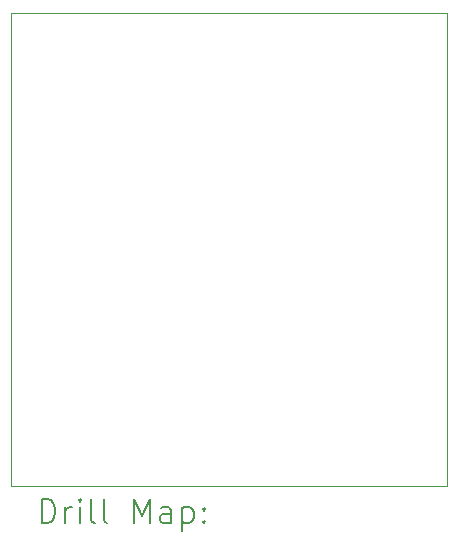
<source format=gbr>
%TF.GenerationSoftware,KiCad,Pcbnew,9.0.0*%
%TF.CreationDate,2025-03-07T02:48:02-06:00*%
%TF.ProjectId,ATWILC1000_Breakout,41545749-4c43-4313-9030-305f42726561,rev?*%
%TF.SameCoordinates,Original*%
%TF.FileFunction,Drillmap*%
%TF.FilePolarity,Positive*%
%FSLAX45Y45*%
G04 Gerber Fmt 4.5, Leading zero omitted, Abs format (unit mm)*
G04 Created by KiCad (PCBNEW 9.0.0) date 2025-03-07 02:48:02*
%MOMM*%
%LPD*%
G01*
G04 APERTURE LIST*
%ADD10C,0.050000*%
%ADD11C,0.200000*%
G04 APERTURE END LIST*
D10*
X12732500Y-8387500D02*
X16425000Y-8387500D01*
X16425000Y-12387500D01*
X12732500Y-12387500D01*
X12732500Y-8387500D01*
D11*
X12990777Y-12701484D02*
X12990777Y-12501484D01*
X12990777Y-12501484D02*
X13038396Y-12501484D01*
X13038396Y-12501484D02*
X13066967Y-12511008D01*
X13066967Y-12511008D02*
X13086015Y-12530055D01*
X13086015Y-12530055D02*
X13095539Y-12549103D01*
X13095539Y-12549103D02*
X13105062Y-12587198D01*
X13105062Y-12587198D02*
X13105062Y-12615769D01*
X13105062Y-12615769D02*
X13095539Y-12653865D01*
X13095539Y-12653865D02*
X13086015Y-12672912D01*
X13086015Y-12672912D02*
X13066967Y-12691960D01*
X13066967Y-12691960D02*
X13038396Y-12701484D01*
X13038396Y-12701484D02*
X12990777Y-12701484D01*
X13190777Y-12701484D02*
X13190777Y-12568150D01*
X13190777Y-12606246D02*
X13200301Y-12587198D01*
X13200301Y-12587198D02*
X13209824Y-12577674D01*
X13209824Y-12577674D02*
X13228872Y-12568150D01*
X13228872Y-12568150D02*
X13247920Y-12568150D01*
X13314586Y-12701484D02*
X13314586Y-12568150D01*
X13314586Y-12501484D02*
X13305062Y-12511008D01*
X13305062Y-12511008D02*
X13314586Y-12520531D01*
X13314586Y-12520531D02*
X13324110Y-12511008D01*
X13324110Y-12511008D02*
X13314586Y-12501484D01*
X13314586Y-12501484D02*
X13314586Y-12520531D01*
X13438396Y-12701484D02*
X13419348Y-12691960D01*
X13419348Y-12691960D02*
X13409824Y-12672912D01*
X13409824Y-12672912D02*
X13409824Y-12501484D01*
X13543158Y-12701484D02*
X13524110Y-12691960D01*
X13524110Y-12691960D02*
X13514586Y-12672912D01*
X13514586Y-12672912D02*
X13514586Y-12501484D01*
X13771729Y-12701484D02*
X13771729Y-12501484D01*
X13771729Y-12501484D02*
X13838396Y-12644341D01*
X13838396Y-12644341D02*
X13905062Y-12501484D01*
X13905062Y-12501484D02*
X13905062Y-12701484D01*
X14086015Y-12701484D02*
X14086015Y-12596722D01*
X14086015Y-12596722D02*
X14076491Y-12577674D01*
X14076491Y-12577674D02*
X14057443Y-12568150D01*
X14057443Y-12568150D02*
X14019348Y-12568150D01*
X14019348Y-12568150D02*
X14000301Y-12577674D01*
X14086015Y-12691960D02*
X14066967Y-12701484D01*
X14066967Y-12701484D02*
X14019348Y-12701484D01*
X14019348Y-12701484D02*
X14000301Y-12691960D01*
X14000301Y-12691960D02*
X13990777Y-12672912D01*
X13990777Y-12672912D02*
X13990777Y-12653865D01*
X13990777Y-12653865D02*
X14000301Y-12634817D01*
X14000301Y-12634817D02*
X14019348Y-12625293D01*
X14019348Y-12625293D02*
X14066967Y-12625293D01*
X14066967Y-12625293D02*
X14086015Y-12615769D01*
X14181253Y-12568150D02*
X14181253Y-12768150D01*
X14181253Y-12577674D02*
X14200301Y-12568150D01*
X14200301Y-12568150D02*
X14238396Y-12568150D01*
X14238396Y-12568150D02*
X14257443Y-12577674D01*
X14257443Y-12577674D02*
X14266967Y-12587198D01*
X14266967Y-12587198D02*
X14276491Y-12606246D01*
X14276491Y-12606246D02*
X14276491Y-12663388D01*
X14276491Y-12663388D02*
X14266967Y-12682436D01*
X14266967Y-12682436D02*
X14257443Y-12691960D01*
X14257443Y-12691960D02*
X14238396Y-12701484D01*
X14238396Y-12701484D02*
X14200301Y-12701484D01*
X14200301Y-12701484D02*
X14181253Y-12691960D01*
X14362205Y-12682436D02*
X14371729Y-12691960D01*
X14371729Y-12691960D02*
X14362205Y-12701484D01*
X14362205Y-12701484D02*
X14352682Y-12691960D01*
X14352682Y-12691960D02*
X14362205Y-12682436D01*
X14362205Y-12682436D02*
X14362205Y-12701484D01*
X14362205Y-12577674D02*
X14371729Y-12587198D01*
X14371729Y-12587198D02*
X14362205Y-12596722D01*
X14362205Y-12596722D02*
X14352682Y-12587198D01*
X14352682Y-12587198D02*
X14362205Y-12577674D01*
X14362205Y-12577674D02*
X14362205Y-12596722D01*
M02*

</source>
